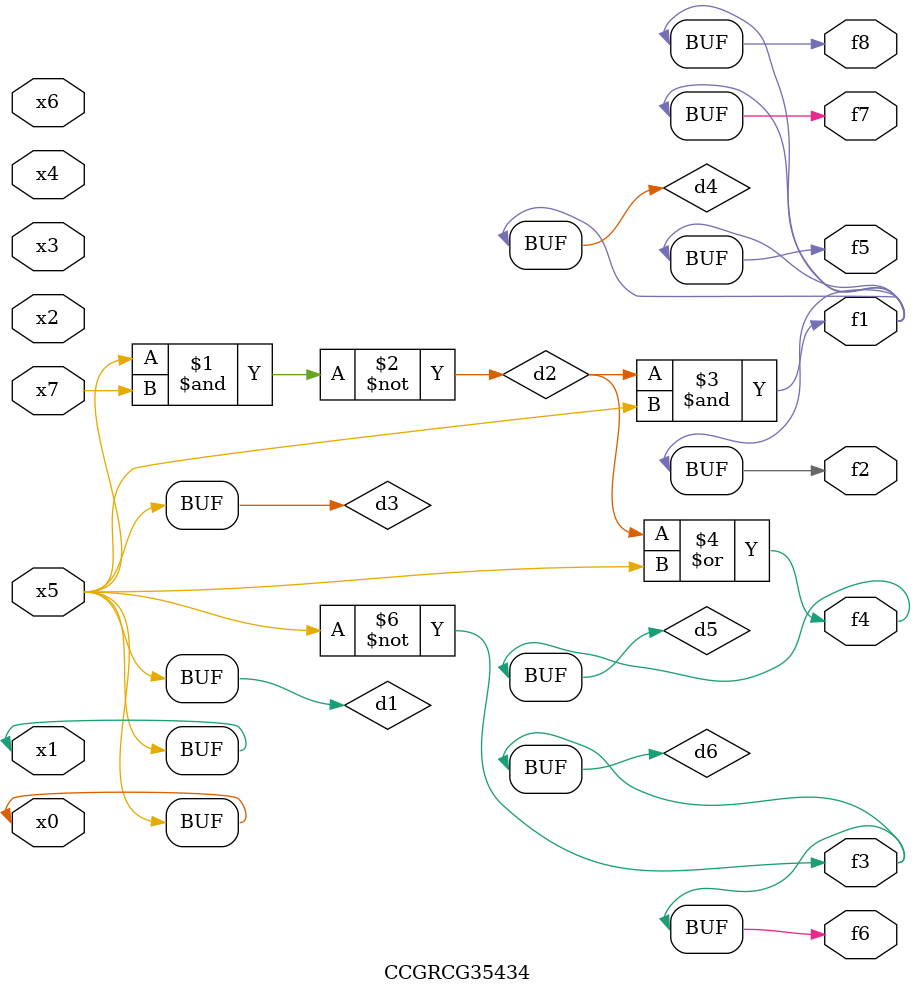
<source format=v>
module CCGRCG35434(
	input x0, x1, x2, x3, x4, x5, x6, x7,
	output f1, f2, f3, f4, f5, f6, f7, f8
);

	wire d1, d2, d3, d4, d5, d6;

	buf (d1, x0, x5);
	nand (d2, x5, x7);
	buf (d3, x0, x1);
	and (d4, d2, d3);
	or (d5, d2, d3);
	nor (d6, d1, d3);
	assign f1 = d4;
	assign f2 = d4;
	assign f3 = d6;
	assign f4 = d5;
	assign f5 = d4;
	assign f6 = d6;
	assign f7 = d4;
	assign f8 = d4;
endmodule

</source>
